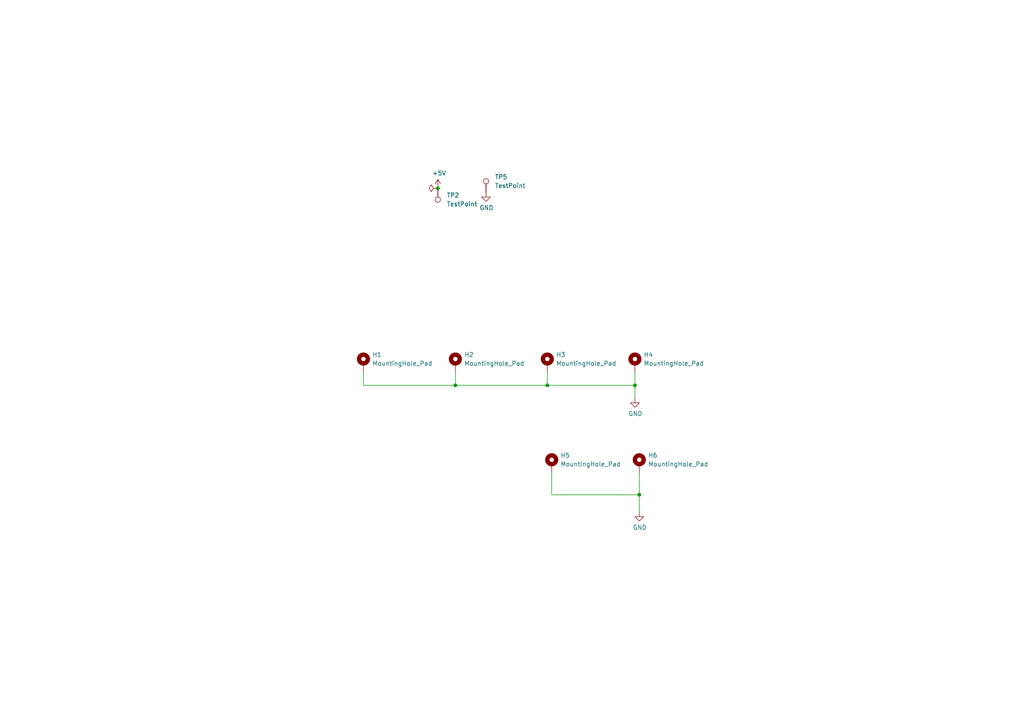
<source format=kicad_sch>
(kicad_sch (version 20230121) (generator eeschema)
  (paper "A4")
  (lib_symbols
    (symbol "Connector:TestPoint" (pin_numbers hide) (pin_names (offset 0.762) hide)
      (property "Reference" "TP" (at 0 6.858 0))
      (property "Value" "TestPoint" (at 0 5.08 0))
      (symbol "TestPoint_0_1"
        (circle (center 0 3.302) (radius 0.762))
      )
      (symbol "TestPoint_1_1"
        (pin passive line (at 0 0 90) (length 2.54) (name "1") (number "1"))
      )
    )
    (symbol "Mechanical:MountingHole_Pad" (pin_numbers hide) (pin_names (offset 1.016) hide)
      (property "Reference" "H" (at 0 6.35 0))
      (property "Value" "MountingHole_Pad" (at 0 4.445 0))
      (symbol "MountingHole_Pad_0_1"
        (circle (center 0 1.27) (radius 1.27) (stroke (width 1.27)))
      )
      (symbol "MountingHole_Pad_1_1"
        (pin input line (at 0 -2.54 90) (length 2.54) (name "1") (number "1"))
      )
    )
    (symbol "power:+5V" (power) (pin_names (offset 0))
      (property "Value" "+5V" (at 0 3.556 0))
      (symbol "+5V_0_1"
        (polyline (pts (xy -0.762 1.27) (xy 0 2.54)))
        (polyline (pts (xy 0 0) (xy 0 2.54)))
        (polyline (pts (xy 0 2.54) (xy 0.762 1.27)))
      )
      (symbol "+5V_1_1"
        (pin power_in line (at 0 0 90) (length 0) hide (name "+5V") (number "1"))
      )
    )
    (symbol "power:GND" (power) (pin_names (offset 0))
      (property "Value" "GND" (at 0 -3.81 0))
      (symbol "GND_0_1"
        (polyline (pts (xy 0 0) (xy 0 -1.27) (xy 1.27 -1.27) (xy 0 -2.54) (xy -1.27 -1.27) (xy 0 -1.27)))
      )
      (symbol "GND_1_1"
        (pin power_in line (at 0 0 270) (length 0) hide (name "GND") (number "1"))
      )
    )
    (symbol "power:PWR_FLAG" (power) (pin_numbers hide) (pin_names (offset 0) hide)
      (property "Value" "PWR_FLAG" (at 0 3.81 0))
      (symbol "PWR_FLAG_0_0"
        (pin power_out line (at 0 0 90) (length 0) (name "pwr") (number "1"))
      )
      (symbol "PWR_FLAG_0_1"
        (polyline (pts (xy 0 0) (xy 0 1.27) (xy -1.016 1.905) (xy 0 2.54) (xy 1.016 1.905) (xy 0 1.27)))
      )
    )
  )
  (junction (at 158.75 111.76))
  (junction (at 132.08 111.76))
  (junction (at 185.42 143.51))
  (junction (at 184.15 111.76))
  (junction (at 127 54.61))
  (wire (pts (xy 132.08 107.95) (xy 132.08 111.76)))
  (wire (pts (xy 184.15 111.76) (xy 184.15 115.57)))
  (wire (pts (xy 158.75 107.95) (xy 158.75 111.76)))
  (wire (pts (xy 160.02 137.16) (xy 160.02 143.51)))
  (wire (pts (xy 160.02 143.51) (xy 185.42 143.51)))
  (wire (pts (xy 105.41 107.95) (xy 105.41 111.76)))
  (wire (pts (xy 184.15 111.76) (xy 184.15 107.95)))
  (wire (pts (xy 158.75 111.76) (xy 184.15 111.76)))
  (wire (pts (xy 105.41 111.76) (xy 132.08 111.76)))
  (wire (pts (xy 132.08 111.76) (xy 158.75 111.76)))
  (wire (pts (xy 185.42 143.51) (xy 185.42 148.59)))
  (wire (pts (xy 185.42 137.16) (xy 185.42 143.51)))
  (symbol (lib_id "Connector:TestPoint") (at 127 54.61 180) (unit 1)
    (property "Reference" "TP2" (at 129.54 56.642 0) (effects (justify right)))
    (property "Value" "TestPoint" (at 129.54 59.182 0) (effects (justify right)))
    (property "Footprint" "TestPoint:TestPoint_Pad_D1.0mm" (effects hide))
  )
  (symbol (lib_id "power:GND") (at 185.42 148.59 0) (unit 1)
    (property "Reference" "#PWR?" (effects hide))
    (property "Value" "GND" (at 185.547 152.9842 0))
    (instances (project "kompetterx" (path "" (reference "#PWR?") (unit 1)) (path "" (reference "#PWR042") (unit 1))))
  )
  (symbol (lib_id "Mechanical:MountingHole_Pad") (at 184.15 105.41 0) (unit 1)
    (property "Reference" "H4" (at 186.69 102.87 0) (effects (justify left)))
    (property "Value" "MountingHole_Pad" (at 186.69 105.41 0) (effects (justify left)))
    (property "Footprint" "MountingHole:MountingHole_3.2mm_M3_DIN965_Pad" (effects hide))
  )
  (symbol (lib_id "Mechanical:MountingHole_Pad") (at 185.42 134.62 0) (unit 1)
    (property "Reference" "H6" (at 187.96 132.08 0) (effects (justify left)))
    (property "Value" "MountingHole_Pad" (at 187.96 134.62 0) (effects (justify left)))
    (property "Footprint" "MountingHole:MountingHole_3.2mm_M3_DIN965_Pad" (effects hide))
  )
  (symbol (lib_id "power:PWR_FLAG") (at 127 54.61 90) (unit 1)
    (property "Reference" "#FLG02" (effects hide))
    (property "Value" "PWR_FLAG" (effects hide))
  )
  (symbol (lib_id "Mechanical:MountingHole_Pad") (at 158.75 105.41 0) (unit 1)
    (property "Reference" "H3" (at 161.29 102.87 0) (effects (justify left)))
    (property "Value" "MountingHole_Pad" (at 161.29 105.41 0) (effects (justify left)))
    (property "Footprint" "MountingHole:MountingHole_3.2mm_M3_DIN965_Pad" (effects hide))
  )
  (symbol (lib_id "power:GND") (at 184.15 115.57 0) (unit 1)
    (property "Reference" "#PWR?" (effects hide))
    (property "Value" "GND" (at 184.277 119.9642 0))
    (instances (project "kompetterx" (path "" (reference "#PWR?") (unit 1)) (path "" (reference "#PWR051") (unit 1))))
  )
  (symbol (lib_id "power:GND") (at 140.97 55.88 0) (unit 1)
    (property "Reference" "#PWR011" (effects hide))
    (property "Value" "GND" (at 141.097 60.2742 0))
    (instances (project "kompetterx" (path "" (reference "#PWR011") (unit 1)) (path "" (reference "#PWR050") (unit 1))))
  )
  (symbol (lib_id "Mechanical:MountingHole_Pad") (at 105.41 105.41 0) (unit 1)
    (property "Reference" "H1" (at 107.95 102.87 0) (effects (justify left)))
    (property "Value" "MountingHole_Pad" (at 107.95 105.41 0) (effects (justify left)))
    (property "Footprint" "MountingHole:MountingHole_3.2mm_M3_DIN965_Pad" (effects hide))
  )
  (symbol (lib_id "Mechanical:MountingHole_Pad") (at 132.08 105.41 0) (unit 1)
    (property "Reference" "H2" (at 134.62 102.87 0) (effects (justify left)))
    (property "Value" "MountingHole_Pad" (at 134.62 105.41 0) (effects (justify left)))
    (property "Footprint" "MountingHole:MountingHole_3.2mm_M3_DIN965_Pad" (effects hide))
  )
  (symbol (lib_id "power:+5V") (at 127 54.61 0) (unit 1)
    (property "Reference" "#PWR?" (effects hide))
    (property "Value" "+5V" (at 127.381 50.2158 0))
    (instances (project "kompetterx" (path "" (reference "#PWR?") (unit 1)) (path "" (reference "#PWR047") (unit 1))))
  )
  (symbol (lib_id "Connector:TestPoint") (at 140.97 55.88 0) (unit 1)
    (property "Reference" "TP5" (at 143.51 51.308 0) (effects (justify left)))
    (property "Value" "TestPoint" (at 143.51 53.848 0) (effects (justify left)))
    (property "Footprint" "TestPoint:TestPoint_Pad_D1.0mm" (effects hide))
  )
  (symbol (lib_id "Mechanical:MountingHole_Pad") (at 160.02 134.62 0) (unit 1)
    (property "Reference" "H5" (at 162.56 132.08 0) (effects (justify left)))
    (property "Value" "MountingHole_Pad" (at 162.56 134.62 0) (effects (justify left)))
    (property "Footprint" "MountingHole:MountingHole_3.2mm_M3_DIN965_Pad" (effects hide))
  )
)
</source>
